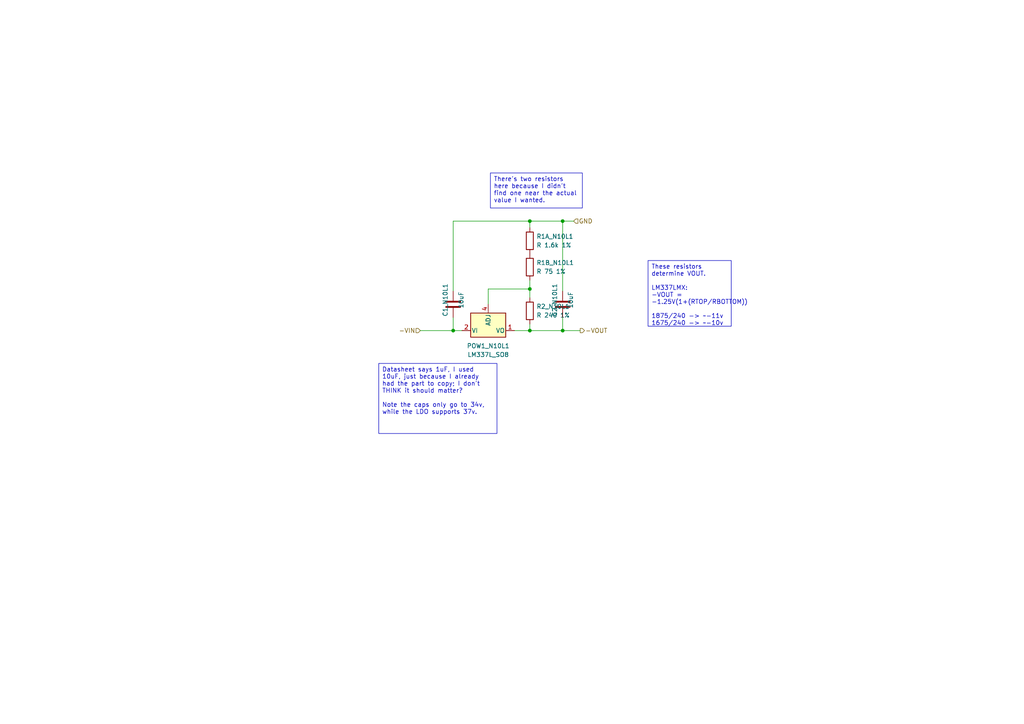
<source format=kicad_sch>
(kicad_sch (version 20230121) (generator eeschema)
  (paper "A4")
  (title_block (title "Negative LDO: -10V"))
  (lib_symbols
    (symbol "Device:C" (pin_numbers hide) (pin_names (offset 0.254))
      (property "Reference" "C" (at 0.635 2.54 0))
      (property "Value" "C" (at 0.635 -2.54 0))
      (symbol "C_0_1"
        (polyline (pts (xy -2.032 -0.762) (xy 2.032 -0.762)) (stroke (width 0.508)))
        (polyline (pts (xy -2.032 0.762) (xy 2.032 0.762)) (stroke (width 0.508)))
      )
      (symbol "C_1_1"
        (pin passive line (at 0 3.81 270) (length 2.794) (name "~") (number "1"))
        (pin passive line (at 0 -3.81 90) (length 2.794) (name "~") (number "2"))
      )
    )
    (symbol "Device:R" (pin_numbers hide) (pin_names (offset 0))
      (property "Reference" "R" (at 2.032 0 90))
      (property "Value" "R" (at 0 0 90))
      (symbol "R_0_1"
        (rectangle (start -1.016 -2.54) (end 1.016 2.54) (stroke (width 0.254)))
      )
      (symbol "R_1_1"
        (pin passive line (at 0 3.81 270) (length 1.27) (name "~") (number "1"))
        (pin passive line (at 0 -3.81 90) (length 1.27) (name "~") (number "2"))
      )
    )
    (symbol "Regulator_Linear:LM337L_SO8" (pin_names (offset 0.254))
      (property "Reference" "U" (at -3.81 -3.175 0))
      (property "Value" "LM337L_SO8" (at 0 -3.175 0))
      (symbol "LM337L_SO8_0_1"
        (rectangle (start -5.08 5.08) (end 5.08 -1.905) (stroke (width 0.254)) (fill (type background)))
      )
      (symbol "LM337L_SO8_1_1"
        (pin power_out line (at 7.62 0 180) (length 2.54) (name "VO") (number "1"))
        (pin power_in line (at -7.62 0 0) (length 2.54) (name "VI") (number "2"))
        (pin passive line (at -7.62 0 0) (length 2.54) hide (name "VI") (number "3"))
        (pin input line (at 0 7.62 270) (length 2.54) (name "ADJ") (number "4"))
        (pin no_connect line (at -5.08 2.54 0) (length 2.54) hide (name "NC") (number "5"))
        (pin passive line (at -7.62 0 0) (length 2.54) hide (name "VI") (number "6"))
        (pin passive line (at -7.62 0 0) (length 2.54) hide (name "VI") (number "7"))
        (pin no_connect line (at 5.08 2.54 180) (length 2.54) hide (name "NC") (number "8"))
      )
    )
  )
  (junction (at 153.67 83.82))
  (junction (at 131.445 95.885))
  (junction (at 163.195 95.885))
  (junction (at 153.67 95.885))
  (junction (at 163.195 64.135))
  (junction (at 153.67 64.135))
  (wire (pts (xy 131.445 95.885) (xy 133.985 95.885)))
  (wire (pts (xy 153.67 64.135) (xy 153.67 66.04)))
  (wire (pts (xy 141.605 83.82) (xy 153.67 83.82)))
  (wire (pts (xy 153.67 93.98) (xy 153.67 95.885)))
  (wire (pts (xy 153.67 83.82) (xy 153.67 86.36)))
  (wire (pts (xy 141.605 83.82) (xy 141.605 88.265)))
  (wire (pts (xy 121.92 95.885) (xy 131.445 95.885)))
  (wire (pts (xy 131.445 64.135) (xy 153.67 64.135)))
  (wire (pts (xy 163.195 64.135) (xy 166.37 64.135)))
  (wire (pts (xy 163.195 95.885) (xy 163.195 92.075)))
  (wire (pts (xy 153.67 95.885) (xy 163.195 95.885)))
  (wire (pts (xy 163.195 95.885) (xy 168.275 95.885)))
  (wire (pts (xy 131.445 92.075) (xy 131.445 95.885)))
  (wire (pts (xy 153.67 81.28) (xy 153.67 83.82)))
  (wire (pts (xy 149.225 95.885) (xy 153.67 95.885)))
  (wire (pts (xy 163.195 64.135) (xy 163.195 84.455)))
  (wire (pts (xy 131.445 64.135) (xy 131.445 84.455)))
  (wire (pts (xy 153.67 64.135) (xy 163.195 64.135)))
  (text_box "There's two resistors here because I didn't find one near the actual value I wanted." (at 142.24 50.165 0) (size 26.67 10.16) (effects (font (size 1.27 1.27)) (justify left top)))
  (text_box "Datasheet says 1uF, I used 10uF, just because I already had the part to copy; I don't THINK it should matter?\n\nNote the caps only go to 34v, while the LDO supports 37v." (at 109.855 105.41 0) (size 34.29 20.32) (effects (font (size 1.27 1.27)) (justify left top)))
  (text_box "These resistors determine VOUT.\n\nLM337LMX:\n-VOUT = -1.25V(1+(RTOP/RBOTTOM))\n\n1875/240 -> ~-11v\n1675/240 -> ~-10v" (at 187.96 75.565 0) (size 24.13 19.05) (effects (font (size 1.27 1.27)) (justify left top)))
  (hierarchical_label "GND" (shape input) (at 166.37 64.135 0))
  (hierarchical_label "-VIN" (shape input) (at 121.92 95.885 180))
  (hierarchical_label "-VOUT" (shape output) (at 168.275 95.885 0))
  (symbol (lib_id "Device:R") (at 153.67 77.47 0) (unit 1)
    (property "Reference" "R1B_N10L1" (at 155.575 76.2 0) (effects (justify left)))
    (property "Value" "R 75 1%" (at 155.575 78.74 0) (effects (justify left)))
    (property "Footprint" "Resistor_SMD:R_0402_1005Metric" (effects hide))
    (property "MFR" "0402WGF750JTCE" (effects hide))
    (property "LCSC" "C25133" (effects hide))
    (property "Description" "62.5mW Thick Film Resistors ±100ppm/℃ ±1% 75Ω 0402  Chip Resistor - Surface Mount ROHS" (effects hide))
    (property "URL" "https://jlcpcb.com/partdetail/25876-0402WGF750JTCE/C25133" (effects hide))
  )
  (symbol (lib_id "Device:C") (at 131.445 88.265 0) (unit 1)
    (property "Reference" "C1_N10L1" (at 129.155 87.015 90))
    (property "Value" "10uF" (at 133.745 87.015 90))
    (property "Footprint" "Capacitor_SMD:C_0603_1608Metric" (effects hide))
    (property "MFR" "GRM188R6YA106MA73D" (effects hide))
    (property "LCSC" "C194427" (effects hide))
    (property "Description" "35V 10uF X5R ±20% 0603  Multilayer Ceramic Capacitors MLCC - SMD/SMT ROHS" (effects hide))
    (property "URL" "https://jlcpcb.com/partdetail/235742-GRM188R6YA106MA73D/C194427" (effects hide))
  )
  (symbol (lib_id "Device:C") (at 163.195 88.265 0) (unit 1)
    (property "Reference" "C2_N10L1" (at 160.905 87.015 90))
    (property "Value" "10uF" (at 165.495 87.015 90))
    (property "Footprint" "Capacitor_SMD:C_0603_1608Metric" (effects hide))
    (property "MFR" "GRM188R6YA106MA73D" (effects hide))
    (property "LCSC" "C194427" (effects hide))
    (property "Description" "35V 10uF X5R ±20% 0603  Multilayer Ceramic Capacitors MLCC - SMD/SMT ROHS" (effects hide))
    (property "URL" "https://jlcpcb.com/partdetail/235742-GRM188R6YA106MA73D/C194427" (effects hide))
  )
  (symbol (lib_id "Device:R") (at 153.67 69.85 0) (unit 1)
    (property "Reference" "R1A_N10L1" (at 155.575 68.58 0) (effects (justify left)))
    (property "Value" "R 1.6k 1%" (at 155.575 71.12 0) (effects (justify left)))
    (property "Footprint" "Resistor_SMD:R_0402_1005Metric" (effects hide))
    (property "MFR" "0402WGF1601TCE" (effects hide))
    (property "LCSC" "C4908" (effects hide))
    (property "Description" "62.5mW Thick Film Resistors ±100ppm/℃ ±1% 1.6kΩ 0402  Chip Resistor - Surface Mount ROHS" (effects hide))
    (property "URL" "https://jlcpcb.com/partdetail/5316-0402WGF1601TCE/C4908" (effects hide))
  )
  (symbol (lib_id "Regulator_Linear:LM337L_SO8") (at 141.605 95.885 0) (unit 1)
    (property "Reference" "POW1_N10L1" (at 141.605 100.33 0))
    (property "Value" "LM337L_SO8" (at 141.605 102.87 0))
    (property "Footprint" "Package_SO:SOIC-8_3.9x4.9mm_P1.27mm" (effects hide))
    (property "Datasheet" "http://www.ti.com/lit/ds/symlink/lm337l.pdf" (effects hide))
  )
  (symbol (lib_id "Device:R") (at 153.67 90.17 0) (unit 1)
    (property "Reference" "R2_N10L1" (at 155.575 88.9 0) (effects (justify left)))
    (property "Value" "R 240 1%" (at 155.575 91.44 0) (effects (justify left)))
    (property "Footprint" "Resistor_SMD:R_0402_1005Metric" (effects hide))
    (property "MFR" "0402WGF2400TCE" (effects hide))
    (property "LCSC" "C25094" (effects hide))
    (property "Description" "62.5mW Thick Film Resistors ±100ppm/℃ ±1% 240Ω 0402  Chip Resistor - Surface Mount ROHS" (effects hide))
    (property "URL" "https://jlcpcb.com/partdetail/25837-0402WGF2400TCE/C25094" (effects hide))
  )
)
</source>
